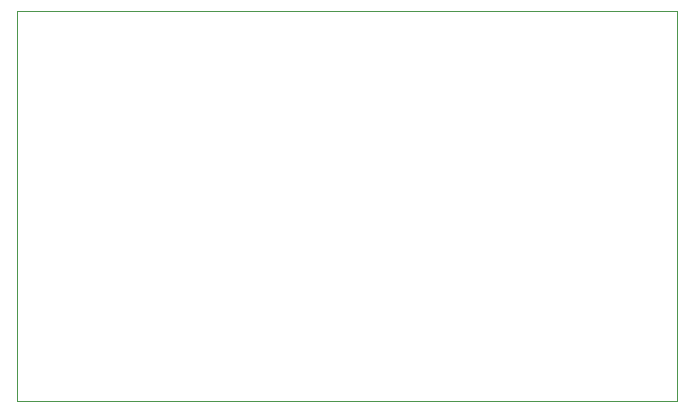
<source format=gbr>
%TF.GenerationSoftware,KiCad,Pcbnew,(6.0.7)*%
%TF.CreationDate,2022-10-01T22:51:18-07:00*%
%TF.ProjectId,Intro Project,496e7472-6f20-4507-926f-6a6563742e6b,rev?*%
%TF.SameCoordinates,Original*%
%TF.FileFunction,Profile,NP*%
%FSLAX46Y46*%
G04 Gerber Fmt 4.6, Leading zero omitted, Abs format (unit mm)*
G04 Created by KiCad (PCBNEW (6.0.7)) date 2022-10-01 22:51:18*
%MOMM*%
%LPD*%
G01*
G04 APERTURE LIST*
%TA.AperFunction,Profile*%
%ADD10C,0.100000*%
%TD*%
G04 APERTURE END LIST*
D10*
X147320000Y-60960000D02*
X203200000Y-60960000D01*
X203200000Y-60960000D02*
X203200000Y-93980000D01*
X203200000Y-93980000D02*
X147320000Y-93980000D01*
X147320000Y-93980000D02*
X147320000Y-60960000D01*
M02*

</source>
